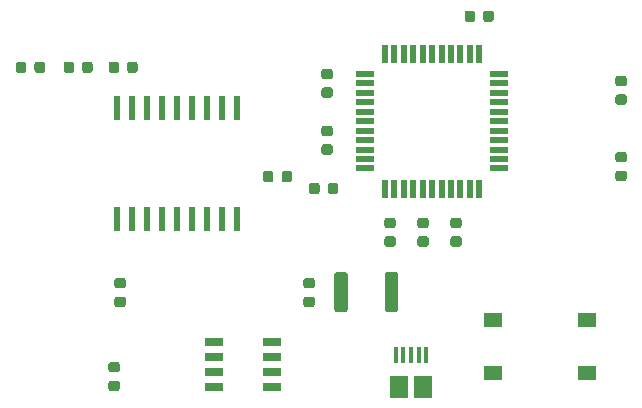
<source format=gbr>
G04 #@! TF.GenerationSoftware,KiCad,Pcbnew,(5.0.1)-4*
G04 #@! TF.CreationDate,2019-07-04T23:41:43-04:00*
G04 #@! TF.ProjectId,Receiver Board,526563656976657220426F6172642E6B,rev?*
G04 #@! TF.SameCoordinates,Original*
G04 #@! TF.FileFunction,Paste,Top*
G04 #@! TF.FilePolarity,Positive*
%FSLAX46Y46*%
G04 Gerber Fmt 4.6, Leading zero omitted, Abs format (unit mm)*
G04 Created by KiCad (PCBNEW (5.0.1)-4) date 7/4/2019 11:41:43 PM*
%MOMM*%
%LPD*%
G01*
G04 APERTURE LIST*
%ADD10C,0.100000*%
%ADD11C,1.125000*%
%ADD12R,1.500000X1.900000*%
%ADD13R,0.400000X1.350000*%
%ADD14R,1.550000X1.300000*%
%ADD15R,1.600000X0.700000*%
%ADD16R,0.600000X2.000000*%
%ADD17R,0.600000X1.500000*%
%ADD18R,1.500000X0.600000*%
%ADD19C,0.875000*%
G04 APERTURE END LIST*
D10*
G04 #@! TO.C,F1*
G36*
X160472505Y-63325204D02*
X160496773Y-63328804D01*
X160520572Y-63334765D01*
X160543671Y-63343030D01*
X160565850Y-63353520D01*
X160586893Y-63366132D01*
X160606599Y-63380747D01*
X160624777Y-63397223D01*
X160641253Y-63415401D01*
X160655868Y-63435107D01*
X160668480Y-63456150D01*
X160678970Y-63478329D01*
X160687235Y-63501428D01*
X160693196Y-63525227D01*
X160696796Y-63549495D01*
X160698000Y-63573999D01*
X160698000Y-66474001D01*
X160696796Y-66498505D01*
X160693196Y-66522773D01*
X160687235Y-66546572D01*
X160678970Y-66569671D01*
X160668480Y-66591850D01*
X160655868Y-66612893D01*
X160641253Y-66632599D01*
X160624777Y-66650777D01*
X160606599Y-66667253D01*
X160586893Y-66681868D01*
X160565850Y-66694480D01*
X160543671Y-66704970D01*
X160520572Y-66713235D01*
X160496773Y-66719196D01*
X160472505Y-66722796D01*
X160448001Y-66724000D01*
X159822999Y-66724000D01*
X159798495Y-66722796D01*
X159774227Y-66719196D01*
X159750428Y-66713235D01*
X159727329Y-66704970D01*
X159705150Y-66694480D01*
X159684107Y-66681868D01*
X159664401Y-66667253D01*
X159646223Y-66650777D01*
X159629747Y-66632599D01*
X159615132Y-66612893D01*
X159602520Y-66591850D01*
X159592030Y-66569671D01*
X159583765Y-66546572D01*
X159577804Y-66522773D01*
X159574204Y-66498505D01*
X159573000Y-66474001D01*
X159573000Y-63573999D01*
X159574204Y-63549495D01*
X159577804Y-63525227D01*
X159583765Y-63501428D01*
X159592030Y-63478329D01*
X159602520Y-63456150D01*
X159615132Y-63435107D01*
X159629747Y-63415401D01*
X159646223Y-63397223D01*
X159664401Y-63380747D01*
X159684107Y-63366132D01*
X159705150Y-63353520D01*
X159727329Y-63343030D01*
X159750428Y-63334765D01*
X159774227Y-63328804D01*
X159798495Y-63325204D01*
X159822999Y-63324000D01*
X160448001Y-63324000D01*
X160472505Y-63325204D01*
X160472505Y-63325204D01*
G37*
D11*
X160135500Y-65024000D03*
D10*
G36*
X156197505Y-63325204D02*
X156221773Y-63328804D01*
X156245572Y-63334765D01*
X156268671Y-63343030D01*
X156290850Y-63353520D01*
X156311893Y-63366132D01*
X156331599Y-63380747D01*
X156349777Y-63397223D01*
X156366253Y-63415401D01*
X156380868Y-63435107D01*
X156393480Y-63456150D01*
X156403970Y-63478329D01*
X156412235Y-63501428D01*
X156418196Y-63525227D01*
X156421796Y-63549495D01*
X156423000Y-63573999D01*
X156423000Y-66474001D01*
X156421796Y-66498505D01*
X156418196Y-66522773D01*
X156412235Y-66546572D01*
X156403970Y-66569671D01*
X156393480Y-66591850D01*
X156380868Y-66612893D01*
X156366253Y-66632599D01*
X156349777Y-66650777D01*
X156331599Y-66667253D01*
X156311893Y-66681868D01*
X156290850Y-66694480D01*
X156268671Y-66704970D01*
X156245572Y-66713235D01*
X156221773Y-66719196D01*
X156197505Y-66722796D01*
X156173001Y-66724000D01*
X155547999Y-66724000D01*
X155523495Y-66722796D01*
X155499227Y-66719196D01*
X155475428Y-66713235D01*
X155452329Y-66704970D01*
X155430150Y-66694480D01*
X155409107Y-66681868D01*
X155389401Y-66667253D01*
X155371223Y-66650777D01*
X155354747Y-66632599D01*
X155340132Y-66612893D01*
X155327520Y-66591850D01*
X155317030Y-66569671D01*
X155308765Y-66546572D01*
X155302804Y-66522773D01*
X155299204Y-66498505D01*
X155298000Y-66474001D01*
X155298000Y-63573999D01*
X155299204Y-63549495D01*
X155302804Y-63525227D01*
X155308765Y-63501428D01*
X155317030Y-63478329D01*
X155327520Y-63456150D01*
X155340132Y-63435107D01*
X155354747Y-63415401D01*
X155371223Y-63397223D01*
X155389401Y-63380747D01*
X155409107Y-63366132D01*
X155430150Y-63353520D01*
X155452329Y-63343030D01*
X155475428Y-63334765D01*
X155499227Y-63328804D01*
X155523495Y-63325204D01*
X155547999Y-63324000D01*
X156173001Y-63324000D01*
X156197505Y-63325204D01*
X156197505Y-63325204D01*
G37*
D11*
X155860500Y-65024000D03*
G04 #@! TD*
D12*
G04 #@! TO.C,J3*
X162798000Y-73056000D03*
D13*
X161148000Y-70356000D03*
X160498000Y-70356000D03*
X163098000Y-70356000D03*
X162448000Y-70356000D03*
X161798000Y-70356000D03*
D12*
X160798000Y-73056000D03*
G04 #@! TD*
D14*
G04 #@! TO.C,SW1*
X168740000Y-71846000D03*
X168740000Y-67346000D03*
X176700000Y-67346000D03*
X176700000Y-71846000D03*
G04 #@! TD*
D15*
G04 #@! TO.C,U1*
X150039000Y-70485000D03*
X150039000Y-71755000D03*
X150039000Y-69215000D03*
X150039000Y-73025000D03*
X145109000Y-69215000D03*
X145109000Y-70485000D03*
X145109000Y-71755000D03*
X145109000Y-73025000D03*
G04 #@! TD*
D16*
G04 #@! TO.C,U2*
X136906000Y-58802000D03*
X138176000Y-58802000D03*
X139446000Y-58802000D03*
X140716000Y-58802000D03*
X141986000Y-58802000D03*
X143256000Y-58802000D03*
X144526000Y-58802000D03*
X145796000Y-58802000D03*
X147066000Y-58802000D03*
X147066000Y-49402000D03*
X145796000Y-49402000D03*
X144526000Y-49402000D03*
X143256000Y-49402000D03*
X141986000Y-49402000D03*
X140716000Y-49402000D03*
X139446000Y-49402000D03*
X138176000Y-49402000D03*
X136906000Y-49402000D03*
G04 #@! TD*
D17*
G04 #@! TO.C,U3*
X163576000Y-56246000D03*
X162776000Y-56246000D03*
X161976000Y-56246000D03*
X161176000Y-56246000D03*
X160376000Y-56246000D03*
X159576000Y-56246000D03*
X164376000Y-56246000D03*
X165176000Y-56246000D03*
X165976000Y-56246000D03*
X166776000Y-56246000D03*
X167576000Y-56246000D03*
X163576000Y-44846000D03*
X162776000Y-44846000D03*
X161976000Y-44846000D03*
X161176000Y-44846000D03*
X160376000Y-44846000D03*
X159576000Y-44846000D03*
X164376000Y-44846000D03*
X165176000Y-44846000D03*
X165976000Y-44846000D03*
X166776000Y-44846000D03*
X167576000Y-44846000D03*
D18*
X169276000Y-50546000D03*
X169276000Y-49746000D03*
X169276000Y-48946000D03*
X169276000Y-48146000D03*
X169276000Y-47346000D03*
X169276000Y-46546000D03*
X169276000Y-51346000D03*
X169276000Y-52146000D03*
X169276000Y-52946000D03*
X169276000Y-53746000D03*
X169276000Y-54546000D03*
X157876000Y-46546000D03*
X157876000Y-47346000D03*
X157876000Y-48146000D03*
X157876000Y-48946000D03*
X157876000Y-49746000D03*
X157876000Y-50546000D03*
X157876000Y-51346000D03*
X157876000Y-52146000D03*
X157876000Y-52946000D03*
X157876000Y-53746000D03*
X157876000Y-54546000D03*
G04 #@! TD*
D10*
G04 #@! TO.C,C1*
G36*
X137437691Y-63825553D02*
X137458926Y-63828703D01*
X137479750Y-63833919D01*
X137499962Y-63841151D01*
X137519368Y-63850330D01*
X137537781Y-63861366D01*
X137555024Y-63874154D01*
X137570930Y-63888570D01*
X137585346Y-63904476D01*
X137598134Y-63921719D01*
X137609170Y-63940132D01*
X137618349Y-63959538D01*
X137625581Y-63979750D01*
X137630797Y-64000574D01*
X137633947Y-64021809D01*
X137635000Y-64043250D01*
X137635000Y-64480750D01*
X137633947Y-64502191D01*
X137630797Y-64523426D01*
X137625581Y-64544250D01*
X137618349Y-64564462D01*
X137609170Y-64583868D01*
X137598134Y-64602281D01*
X137585346Y-64619524D01*
X137570930Y-64635430D01*
X137555024Y-64649846D01*
X137537781Y-64662634D01*
X137519368Y-64673670D01*
X137499962Y-64682849D01*
X137479750Y-64690081D01*
X137458926Y-64695297D01*
X137437691Y-64698447D01*
X137416250Y-64699500D01*
X136903750Y-64699500D01*
X136882309Y-64698447D01*
X136861074Y-64695297D01*
X136840250Y-64690081D01*
X136820038Y-64682849D01*
X136800632Y-64673670D01*
X136782219Y-64662634D01*
X136764976Y-64649846D01*
X136749070Y-64635430D01*
X136734654Y-64619524D01*
X136721866Y-64602281D01*
X136710830Y-64583868D01*
X136701651Y-64564462D01*
X136694419Y-64544250D01*
X136689203Y-64523426D01*
X136686053Y-64502191D01*
X136685000Y-64480750D01*
X136685000Y-64043250D01*
X136686053Y-64021809D01*
X136689203Y-64000574D01*
X136694419Y-63979750D01*
X136701651Y-63959538D01*
X136710830Y-63940132D01*
X136721866Y-63921719D01*
X136734654Y-63904476D01*
X136749070Y-63888570D01*
X136764976Y-63874154D01*
X136782219Y-63861366D01*
X136800632Y-63850330D01*
X136820038Y-63841151D01*
X136840250Y-63833919D01*
X136861074Y-63828703D01*
X136882309Y-63825553D01*
X136903750Y-63824500D01*
X137416250Y-63824500D01*
X137437691Y-63825553D01*
X137437691Y-63825553D01*
G37*
D19*
X137160000Y-64262000D03*
D10*
G36*
X137437691Y-65400553D02*
X137458926Y-65403703D01*
X137479750Y-65408919D01*
X137499962Y-65416151D01*
X137519368Y-65425330D01*
X137537781Y-65436366D01*
X137555024Y-65449154D01*
X137570930Y-65463570D01*
X137585346Y-65479476D01*
X137598134Y-65496719D01*
X137609170Y-65515132D01*
X137618349Y-65534538D01*
X137625581Y-65554750D01*
X137630797Y-65575574D01*
X137633947Y-65596809D01*
X137635000Y-65618250D01*
X137635000Y-66055750D01*
X137633947Y-66077191D01*
X137630797Y-66098426D01*
X137625581Y-66119250D01*
X137618349Y-66139462D01*
X137609170Y-66158868D01*
X137598134Y-66177281D01*
X137585346Y-66194524D01*
X137570930Y-66210430D01*
X137555024Y-66224846D01*
X137537781Y-66237634D01*
X137519368Y-66248670D01*
X137499962Y-66257849D01*
X137479750Y-66265081D01*
X137458926Y-66270297D01*
X137437691Y-66273447D01*
X137416250Y-66274500D01*
X136903750Y-66274500D01*
X136882309Y-66273447D01*
X136861074Y-66270297D01*
X136840250Y-66265081D01*
X136820038Y-66257849D01*
X136800632Y-66248670D01*
X136782219Y-66237634D01*
X136764976Y-66224846D01*
X136749070Y-66210430D01*
X136734654Y-66194524D01*
X136721866Y-66177281D01*
X136710830Y-66158868D01*
X136701651Y-66139462D01*
X136694419Y-66119250D01*
X136689203Y-66098426D01*
X136686053Y-66077191D01*
X136685000Y-66055750D01*
X136685000Y-65618250D01*
X136686053Y-65596809D01*
X136689203Y-65575574D01*
X136694419Y-65554750D01*
X136701651Y-65534538D01*
X136710830Y-65515132D01*
X136721866Y-65496719D01*
X136734654Y-65479476D01*
X136749070Y-65463570D01*
X136764976Y-65449154D01*
X136782219Y-65436366D01*
X136800632Y-65425330D01*
X136820038Y-65416151D01*
X136840250Y-65408919D01*
X136861074Y-65403703D01*
X136882309Y-65400553D01*
X136903750Y-65399500D01*
X137416250Y-65399500D01*
X137437691Y-65400553D01*
X137437691Y-65400553D01*
G37*
D19*
X137160000Y-65837000D03*
G04 #@! TD*
D10*
G04 #@! TO.C,C2*
G36*
X153439691Y-65400553D02*
X153460926Y-65403703D01*
X153481750Y-65408919D01*
X153501962Y-65416151D01*
X153521368Y-65425330D01*
X153539781Y-65436366D01*
X153557024Y-65449154D01*
X153572930Y-65463570D01*
X153587346Y-65479476D01*
X153600134Y-65496719D01*
X153611170Y-65515132D01*
X153620349Y-65534538D01*
X153627581Y-65554750D01*
X153632797Y-65575574D01*
X153635947Y-65596809D01*
X153637000Y-65618250D01*
X153637000Y-66055750D01*
X153635947Y-66077191D01*
X153632797Y-66098426D01*
X153627581Y-66119250D01*
X153620349Y-66139462D01*
X153611170Y-66158868D01*
X153600134Y-66177281D01*
X153587346Y-66194524D01*
X153572930Y-66210430D01*
X153557024Y-66224846D01*
X153539781Y-66237634D01*
X153521368Y-66248670D01*
X153501962Y-66257849D01*
X153481750Y-66265081D01*
X153460926Y-66270297D01*
X153439691Y-66273447D01*
X153418250Y-66274500D01*
X152905750Y-66274500D01*
X152884309Y-66273447D01*
X152863074Y-66270297D01*
X152842250Y-66265081D01*
X152822038Y-66257849D01*
X152802632Y-66248670D01*
X152784219Y-66237634D01*
X152766976Y-66224846D01*
X152751070Y-66210430D01*
X152736654Y-66194524D01*
X152723866Y-66177281D01*
X152712830Y-66158868D01*
X152703651Y-66139462D01*
X152696419Y-66119250D01*
X152691203Y-66098426D01*
X152688053Y-66077191D01*
X152687000Y-66055750D01*
X152687000Y-65618250D01*
X152688053Y-65596809D01*
X152691203Y-65575574D01*
X152696419Y-65554750D01*
X152703651Y-65534538D01*
X152712830Y-65515132D01*
X152723866Y-65496719D01*
X152736654Y-65479476D01*
X152751070Y-65463570D01*
X152766976Y-65449154D01*
X152784219Y-65436366D01*
X152802632Y-65425330D01*
X152822038Y-65416151D01*
X152842250Y-65408919D01*
X152863074Y-65403703D01*
X152884309Y-65400553D01*
X152905750Y-65399500D01*
X153418250Y-65399500D01*
X153439691Y-65400553D01*
X153439691Y-65400553D01*
G37*
D19*
X153162000Y-65837000D03*
D10*
G36*
X153439691Y-63825553D02*
X153460926Y-63828703D01*
X153481750Y-63833919D01*
X153501962Y-63841151D01*
X153521368Y-63850330D01*
X153539781Y-63861366D01*
X153557024Y-63874154D01*
X153572930Y-63888570D01*
X153587346Y-63904476D01*
X153600134Y-63921719D01*
X153611170Y-63940132D01*
X153620349Y-63959538D01*
X153627581Y-63979750D01*
X153632797Y-64000574D01*
X153635947Y-64021809D01*
X153637000Y-64043250D01*
X153637000Y-64480750D01*
X153635947Y-64502191D01*
X153632797Y-64523426D01*
X153627581Y-64544250D01*
X153620349Y-64564462D01*
X153611170Y-64583868D01*
X153600134Y-64602281D01*
X153587346Y-64619524D01*
X153572930Y-64635430D01*
X153557024Y-64649846D01*
X153539781Y-64662634D01*
X153521368Y-64673670D01*
X153501962Y-64682849D01*
X153481750Y-64690081D01*
X153460926Y-64695297D01*
X153439691Y-64698447D01*
X153418250Y-64699500D01*
X152905750Y-64699500D01*
X152884309Y-64698447D01*
X152863074Y-64695297D01*
X152842250Y-64690081D01*
X152822038Y-64682849D01*
X152802632Y-64673670D01*
X152784219Y-64662634D01*
X152766976Y-64649846D01*
X152751070Y-64635430D01*
X152736654Y-64619524D01*
X152723866Y-64602281D01*
X152712830Y-64583868D01*
X152703651Y-64564462D01*
X152696419Y-64544250D01*
X152691203Y-64523426D01*
X152688053Y-64502191D01*
X152687000Y-64480750D01*
X152687000Y-64043250D01*
X152688053Y-64021809D01*
X152691203Y-64000574D01*
X152696419Y-63979750D01*
X152703651Y-63959538D01*
X152712830Y-63940132D01*
X152723866Y-63921719D01*
X152736654Y-63904476D01*
X152751070Y-63888570D01*
X152766976Y-63874154D01*
X152784219Y-63861366D01*
X152802632Y-63850330D01*
X152822038Y-63841151D01*
X152842250Y-63833919D01*
X152863074Y-63828703D01*
X152884309Y-63825553D01*
X152905750Y-63824500D01*
X153418250Y-63824500D01*
X153439691Y-63825553D01*
X153439691Y-63825553D01*
G37*
D19*
X153162000Y-64262000D03*
G04 #@! TD*
D10*
G04 #@! TO.C,C3*
G36*
X154963691Y-52509553D02*
X154984926Y-52512703D01*
X155005750Y-52517919D01*
X155025962Y-52525151D01*
X155045368Y-52534330D01*
X155063781Y-52545366D01*
X155081024Y-52558154D01*
X155096930Y-52572570D01*
X155111346Y-52588476D01*
X155124134Y-52605719D01*
X155135170Y-52624132D01*
X155144349Y-52643538D01*
X155151581Y-52663750D01*
X155156797Y-52684574D01*
X155159947Y-52705809D01*
X155161000Y-52727250D01*
X155161000Y-53164750D01*
X155159947Y-53186191D01*
X155156797Y-53207426D01*
X155151581Y-53228250D01*
X155144349Y-53248462D01*
X155135170Y-53267868D01*
X155124134Y-53286281D01*
X155111346Y-53303524D01*
X155096930Y-53319430D01*
X155081024Y-53333846D01*
X155063781Y-53346634D01*
X155045368Y-53357670D01*
X155025962Y-53366849D01*
X155005750Y-53374081D01*
X154984926Y-53379297D01*
X154963691Y-53382447D01*
X154942250Y-53383500D01*
X154429750Y-53383500D01*
X154408309Y-53382447D01*
X154387074Y-53379297D01*
X154366250Y-53374081D01*
X154346038Y-53366849D01*
X154326632Y-53357670D01*
X154308219Y-53346634D01*
X154290976Y-53333846D01*
X154275070Y-53319430D01*
X154260654Y-53303524D01*
X154247866Y-53286281D01*
X154236830Y-53267868D01*
X154227651Y-53248462D01*
X154220419Y-53228250D01*
X154215203Y-53207426D01*
X154212053Y-53186191D01*
X154211000Y-53164750D01*
X154211000Y-52727250D01*
X154212053Y-52705809D01*
X154215203Y-52684574D01*
X154220419Y-52663750D01*
X154227651Y-52643538D01*
X154236830Y-52624132D01*
X154247866Y-52605719D01*
X154260654Y-52588476D01*
X154275070Y-52572570D01*
X154290976Y-52558154D01*
X154308219Y-52545366D01*
X154326632Y-52534330D01*
X154346038Y-52525151D01*
X154366250Y-52517919D01*
X154387074Y-52512703D01*
X154408309Y-52509553D01*
X154429750Y-52508500D01*
X154942250Y-52508500D01*
X154963691Y-52509553D01*
X154963691Y-52509553D01*
G37*
D19*
X154686000Y-52946000D03*
D10*
G36*
X154963691Y-50934553D02*
X154984926Y-50937703D01*
X155005750Y-50942919D01*
X155025962Y-50950151D01*
X155045368Y-50959330D01*
X155063781Y-50970366D01*
X155081024Y-50983154D01*
X155096930Y-50997570D01*
X155111346Y-51013476D01*
X155124134Y-51030719D01*
X155135170Y-51049132D01*
X155144349Y-51068538D01*
X155151581Y-51088750D01*
X155156797Y-51109574D01*
X155159947Y-51130809D01*
X155161000Y-51152250D01*
X155161000Y-51589750D01*
X155159947Y-51611191D01*
X155156797Y-51632426D01*
X155151581Y-51653250D01*
X155144349Y-51673462D01*
X155135170Y-51692868D01*
X155124134Y-51711281D01*
X155111346Y-51728524D01*
X155096930Y-51744430D01*
X155081024Y-51758846D01*
X155063781Y-51771634D01*
X155045368Y-51782670D01*
X155025962Y-51791849D01*
X155005750Y-51799081D01*
X154984926Y-51804297D01*
X154963691Y-51807447D01*
X154942250Y-51808500D01*
X154429750Y-51808500D01*
X154408309Y-51807447D01*
X154387074Y-51804297D01*
X154366250Y-51799081D01*
X154346038Y-51791849D01*
X154326632Y-51782670D01*
X154308219Y-51771634D01*
X154290976Y-51758846D01*
X154275070Y-51744430D01*
X154260654Y-51728524D01*
X154247866Y-51711281D01*
X154236830Y-51692868D01*
X154227651Y-51673462D01*
X154220419Y-51653250D01*
X154215203Y-51632426D01*
X154212053Y-51611191D01*
X154211000Y-51589750D01*
X154211000Y-51152250D01*
X154212053Y-51130809D01*
X154215203Y-51109574D01*
X154220419Y-51088750D01*
X154227651Y-51068538D01*
X154236830Y-51049132D01*
X154247866Y-51030719D01*
X154260654Y-51013476D01*
X154275070Y-50997570D01*
X154290976Y-50983154D01*
X154308219Y-50970366D01*
X154326632Y-50959330D01*
X154346038Y-50950151D01*
X154366250Y-50942919D01*
X154387074Y-50937703D01*
X154408309Y-50934553D01*
X154429750Y-50933500D01*
X154942250Y-50933500D01*
X154963691Y-50934553D01*
X154963691Y-50934553D01*
G37*
D19*
X154686000Y-51371000D03*
G04 #@! TD*
D10*
G04 #@! TO.C,C4*
G36*
X168591191Y-41182053D02*
X168612426Y-41185203D01*
X168633250Y-41190419D01*
X168653462Y-41197651D01*
X168672868Y-41206830D01*
X168691281Y-41217866D01*
X168708524Y-41230654D01*
X168724430Y-41245070D01*
X168738846Y-41260976D01*
X168751634Y-41278219D01*
X168762670Y-41296632D01*
X168771849Y-41316038D01*
X168779081Y-41336250D01*
X168784297Y-41357074D01*
X168787447Y-41378309D01*
X168788500Y-41399750D01*
X168788500Y-41912250D01*
X168787447Y-41933691D01*
X168784297Y-41954926D01*
X168779081Y-41975750D01*
X168771849Y-41995962D01*
X168762670Y-42015368D01*
X168751634Y-42033781D01*
X168738846Y-42051024D01*
X168724430Y-42066930D01*
X168708524Y-42081346D01*
X168691281Y-42094134D01*
X168672868Y-42105170D01*
X168653462Y-42114349D01*
X168633250Y-42121581D01*
X168612426Y-42126797D01*
X168591191Y-42129947D01*
X168569750Y-42131000D01*
X168132250Y-42131000D01*
X168110809Y-42129947D01*
X168089574Y-42126797D01*
X168068750Y-42121581D01*
X168048538Y-42114349D01*
X168029132Y-42105170D01*
X168010719Y-42094134D01*
X167993476Y-42081346D01*
X167977570Y-42066930D01*
X167963154Y-42051024D01*
X167950366Y-42033781D01*
X167939330Y-42015368D01*
X167930151Y-41995962D01*
X167922919Y-41975750D01*
X167917703Y-41954926D01*
X167914553Y-41933691D01*
X167913500Y-41912250D01*
X167913500Y-41399750D01*
X167914553Y-41378309D01*
X167917703Y-41357074D01*
X167922919Y-41336250D01*
X167930151Y-41316038D01*
X167939330Y-41296632D01*
X167950366Y-41278219D01*
X167963154Y-41260976D01*
X167977570Y-41245070D01*
X167993476Y-41230654D01*
X168010719Y-41217866D01*
X168029132Y-41206830D01*
X168048538Y-41197651D01*
X168068750Y-41190419D01*
X168089574Y-41185203D01*
X168110809Y-41182053D01*
X168132250Y-41181000D01*
X168569750Y-41181000D01*
X168591191Y-41182053D01*
X168591191Y-41182053D01*
G37*
D19*
X168351000Y-41656000D03*
D10*
G36*
X167016191Y-41182053D02*
X167037426Y-41185203D01*
X167058250Y-41190419D01*
X167078462Y-41197651D01*
X167097868Y-41206830D01*
X167116281Y-41217866D01*
X167133524Y-41230654D01*
X167149430Y-41245070D01*
X167163846Y-41260976D01*
X167176634Y-41278219D01*
X167187670Y-41296632D01*
X167196849Y-41316038D01*
X167204081Y-41336250D01*
X167209297Y-41357074D01*
X167212447Y-41378309D01*
X167213500Y-41399750D01*
X167213500Y-41912250D01*
X167212447Y-41933691D01*
X167209297Y-41954926D01*
X167204081Y-41975750D01*
X167196849Y-41995962D01*
X167187670Y-42015368D01*
X167176634Y-42033781D01*
X167163846Y-42051024D01*
X167149430Y-42066930D01*
X167133524Y-42081346D01*
X167116281Y-42094134D01*
X167097868Y-42105170D01*
X167078462Y-42114349D01*
X167058250Y-42121581D01*
X167037426Y-42126797D01*
X167016191Y-42129947D01*
X166994750Y-42131000D01*
X166557250Y-42131000D01*
X166535809Y-42129947D01*
X166514574Y-42126797D01*
X166493750Y-42121581D01*
X166473538Y-42114349D01*
X166454132Y-42105170D01*
X166435719Y-42094134D01*
X166418476Y-42081346D01*
X166402570Y-42066930D01*
X166388154Y-42051024D01*
X166375366Y-42033781D01*
X166364330Y-42015368D01*
X166355151Y-41995962D01*
X166347919Y-41975750D01*
X166342703Y-41954926D01*
X166339553Y-41933691D01*
X166338500Y-41912250D01*
X166338500Y-41399750D01*
X166339553Y-41378309D01*
X166342703Y-41357074D01*
X166347919Y-41336250D01*
X166355151Y-41316038D01*
X166364330Y-41296632D01*
X166375366Y-41278219D01*
X166388154Y-41260976D01*
X166402570Y-41245070D01*
X166418476Y-41230654D01*
X166435719Y-41217866D01*
X166454132Y-41206830D01*
X166473538Y-41197651D01*
X166493750Y-41190419D01*
X166514574Y-41185203D01*
X166535809Y-41182053D01*
X166557250Y-41181000D01*
X166994750Y-41181000D01*
X167016191Y-41182053D01*
X167016191Y-41182053D01*
G37*
D19*
X166776000Y-41656000D03*
G04 #@! TD*
D10*
G04 #@! TO.C,C5*
G36*
X154963691Y-46109553D02*
X154984926Y-46112703D01*
X155005750Y-46117919D01*
X155025962Y-46125151D01*
X155045368Y-46134330D01*
X155063781Y-46145366D01*
X155081024Y-46158154D01*
X155096930Y-46172570D01*
X155111346Y-46188476D01*
X155124134Y-46205719D01*
X155135170Y-46224132D01*
X155144349Y-46243538D01*
X155151581Y-46263750D01*
X155156797Y-46284574D01*
X155159947Y-46305809D01*
X155161000Y-46327250D01*
X155161000Y-46764750D01*
X155159947Y-46786191D01*
X155156797Y-46807426D01*
X155151581Y-46828250D01*
X155144349Y-46848462D01*
X155135170Y-46867868D01*
X155124134Y-46886281D01*
X155111346Y-46903524D01*
X155096930Y-46919430D01*
X155081024Y-46933846D01*
X155063781Y-46946634D01*
X155045368Y-46957670D01*
X155025962Y-46966849D01*
X155005750Y-46974081D01*
X154984926Y-46979297D01*
X154963691Y-46982447D01*
X154942250Y-46983500D01*
X154429750Y-46983500D01*
X154408309Y-46982447D01*
X154387074Y-46979297D01*
X154366250Y-46974081D01*
X154346038Y-46966849D01*
X154326632Y-46957670D01*
X154308219Y-46946634D01*
X154290976Y-46933846D01*
X154275070Y-46919430D01*
X154260654Y-46903524D01*
X154247866Y-46886281D01*
X154236830Y-46867868D01*
X154227651Y-46848462D01*
X154220419Y-46828250D01*
X154215203Y-46807426D01*
X154212053Y-46786191D01*
X154211000Y-46764750D01*
X154211000Y-46327250D01*
X154212053Y-46305809D01*
X154215203Y-46284574D01*
X154220419Y-46263750D01*
X154227651Y-46243538D01*
X154236830Y-46224132D01*
X154247866Y-46205719D01*
X154260654Y-46188476D01*
X154275070Y-46172570D01*
X154290976Y-46158154D01*
X154308219Y-46145366D01*
X154326632Y-46134330D01*
X154346038Y-46125151D01*
X154366250Y-46117919D01*
X154387074Y-46112703D01*
X154408309Y-46109553D01*
X154429750Y-46108500D01*
X154942250Y-46108500D01*
X154963691Y-46109553D01*
X154963691Y-46109553D01*
G37*
D19*
X154686000Y-46546000D03*
D10*
G36*
X154963691Y-47684553D02*
X154984926Y-47687703D01*
X155005750Y-47692919D01*
X155025962Y-47700151D01*
X155045368Y-47709330D01*
X155063781Y-47720366D01*
X155081024Y-47733154D01*
X155096930Y-47747570D01*
X155111346Y-47763476D01*
X155124134Y-47780719D01*
X155135170Y-47799132D01*
X155144349Y-47818538D01*
X155151581Y-47838750D01*
X155156797Y-47859574D01*
X155159947Y-47880809D01*
X155161000Y-47902250D01*
X155161000Y-48339750D01*
X155159947Y-48361191D01*
X155156797Y-48382426D01*
X155151581Y-48403250D01*
X155144349Y-48423462D01*
X155135170Y-48442868D01*
X155124134Y-48461281D01*
X155111346Y-48478524D01*
X155096930Y-48494430D01*
X155081024Y-48508846D01*
X155063781Y-48521634D01*
X155045368Y-48532670D01*
X155025962Y-48541849D01*
X155005750Y-48549081D01*
X154984926Y-48554297D01*
X154963691Y-48557447D01*
X154942250Y-48558500D01*
X154429750Y-48558500D01*
X154408309Y-48557447D01*
X154387074Y-48554297D01*
X154366250Y-48549081D01*
X154346038Y-48541849D01*
X154326632Y-48532670D01*
X154308219Y-48521634D01*
X154290976Y-48508846D01*
X154275070Y-48494430D01*
X154260654Y-48478524D01*
X154247866Y-48461281D01*
X154236830Y-48442868D01*
X154227651Y-48423462D01*
X154220419Y-48403250D01*
X154215203Y-48382426D01*
X154212053Y-48361191D01*
X154211000Y-48339750D01*
X154211000Y-47902250D01*
X154212053Y-47880809D01*
X154215203Y-47859574D01*
X154220419Y-47838750D01*
X154227651Y-47818538D01*
X154236830Y-47799132D01*
X154247866Y-47780719D01*
X154260654Y-47763476D01*
X154275070Y-47747570D01*
X154290976Y-47733154D01*
X154308219Y-47720366D01*
X154326632Y-47709330D01*
X154346038Y-47700151D01*
X154366250Y-47692919D01*
X154387074Y-47687703D01*
X154408309Y-47684553D01*
X154429750Y-47683500D01*
X154942250Y-47683500D01*
X154963691Y-47684553D01*
X154963691Y-47684553D01*
G37*
D19*
X154686000Y-48121000D03*
G04 #@! TD*
D10*
G04 #@! TO.C,C6*
G36*
X165885691Y-60295053D02*
X165906926Y-60298203D01*
X165927750Y-60303419D01*
X165947962Y-60310651D01*
X165967368Y-60319830D01*
X165985781Y-60330866D01*
X166003024Y-60343654D01*
X166018930Y-60358070D01*
X166033346Y-60373976D01*
X166046134Y-60391219D01*
X166057170Y-60409632D01*
X166066349Y-60429038D01*
X166073581Y-60449250D01*
X166078797Y-60470074D01*
X166081947Y-60491309D01*
X166083000Y-60512750D01*
X166083000Y-60950250D01*
X166081947Y-60971691D01*
X166078797Y-60992926D01*
X166073581Y-61013750D01*
X166066349Y-61033962D01*
X166057170Y-61053368D01*
X166046134Y-61071781D01*
X166033346Y-61089024D01*
X166018930Y-61104930D01*
X166003024Y-61119346D01*
X165985781Y-61132134D01*
X165967368Y-61143170D01*
X165947962Y-61152349D01*
X165927750Y-61159581D01*
X165906926Y-61164797D01*
X165885691Y-61167947D01*
X165864250Y-61169000D01*
X165351750Y-61169000D01*
X165330309Y-61167947D01*
X165309074Y-61164797D01*
X165288250Y-61159581D01*
X165268038Y-61152349D01*
X165248632Y-61143170D01*
X165230219Y-61132134D01*
X165212976Y-61119346D01*
X165197070Y-61104930D01*
X165182654Y-61089024D01*
X165169866Y-61071781D01*
X165158830Y-61053368D01*
X165149651Y-61033962D01*
X165142419Y-61013750D01*
X165137203Y-60992926D01*
X165134053Y-60971691D01*
X165133000Y-60950250D01*
X165133000Y-60512750D01*
X165134053Y-60491309D01*
X165137203Y-60470074D01*
X165142419Y-60449250D01*
X165149651Y-60429038D01*
X165158830Y-60409632D01*
X165169866Y-60391219D01*
X165182654Y-60373976D01*
X165197070Y-60358070D01*
X165212976Y-60343654D01*
X165230219Y-60330866D01*
X165248632Y-60319830D01*
X165268038Y-60310651D01*
X165288250Y-60303419D01*
X165309074Y-60298203D01*
X165330309Y-60295053D01*
X165351750Y-60294000D01*
X165864250Y-60294000D01*
X165885691Y-60295053D01*
X165885691Y-60295053D01*
G37*
D19*
X165608000Y-60731500D03*
D10*
G36*
X165885691Y-58720053D02*
X165906926Y-58723203D01*
X165927750Y-58728419D01*
X165947962Y-58735651D01*
X165967368Y-58744830D01*
X165985781Y-58755866D01*
X166003024Y-58768654D01*
X166018930Y-58783070D01*
X166033346Y-58798976D01*
X166046134Y-58816219D01*
X166057170Y-58834632D01*
X166066349Y-58854038D01*
X166073581Y-58874250D01*
X166078797Y-58895074D01*
X166081947Y-58916309D01*
X166083000Y-58937750D01*
X166083000Y-59375250D01*
X166081947Y-59396691D01*
X166078797Y-59417926D01*
X166073581Y-59438750D01*
X166066349Y-59458962D01*
X166057170Y-59478368D01*
X166046134Y-59496781D01*
X166033346Y-59514024D01*
X166018930Y-59529930D01*
X166003024Y-59544346D01*
X165985781Y-59557134D01*
X165967368Y-59568170D01*
X165947962Y-59577349D01*
X165927750Y-59584581D01*
X165906926Y-59589797D01*
X165885691Y-59592947D01*
X165864250Y-59594000D01*
X165351750Y-59594000D01*
X165330309Y-59592947D01*
X165309074Y-59589797D01*
X165288250Y-59584581D01*
X165268038Y-59577349D01*
X165248632Y-59568170D01*
X165230219Y-59557134D01*
X165212976Y-59544346D01*
X165197070Y-59529930D01*
X165182654Y-59514024D01*
X165169866Y-59496781D01*
X165158830Y-59478368D01*
X165149651Y-59458962D01*
X165142419Y-59438750D01*
X165137203Y-59417926D01*
X165134053Y-59396691D01*
X165133000Y-59375250D01*
X165133000Y-58937750D01*
X165134053Y-58916309D01*
X165137203Y-58895074D01*
X165142419Y-58874250D01*
X165149651Y-58854038D01*
X165158830Y-58834632D01*
X165169866Y-58816219D01*
X165182654Y-58798976D01*
X165197070Y-58783070D01*
X165212976Y-58768654D01*
X165230219Y-58755866D01*
X165248632Y-58744830D01*
X165268038Y-58735651D01*
X165288250Y-58728419D01*
X165309074Y-58723203D01*
X165330309Y-58720053D01*
X165351750Y-58719000D01*
X165864250Y-58719000D01*
X165885691Y-58720053D01*
X165885691Y-58720053D01*
G37*
D19*
X165608000Y-59156500D03*
G04 #@! TD*
D10*
G04 #@! TO.C,C7*
G36*
X179855691Y-54732553D02*
X179876926Y-54735703D01*
X179897750Y-54740919D01*
X179917962Y-54748151D01*
X179937368Y-54757330D01*
X179955781Y-54768366D01*
X179973024Y-54781154D01*
X179988930Y-54795570D01*
X180003346Y-54811476D01*
X180016134Y-54828719D01*
X180027170Y-54847132D01*
X180036349Y-54866538D01*
X180043581Y-54886750D01*
X180048797Y-54907574D01*
X180051947Y-54928809D01*
X180053000Y-54950250D01*
X180053000Y-55387750D01*
X180051947Y-55409191D01*
X180048797Y-55430426D01*
X180043581Y-55451250D01*
X180036349Y-55471462D01*
X180027170Y-55490868D01*
X180016134Y-55509281D01*
X180003346Y-55526524D01*
X179988930Y-55542430D01*
X179973024Y-55556846D01*
X179955781Y-55569634D01*
X179937368Y-55580670D01*
X179917962Y-55589849D01*
X179897750Y-55597081D01*
X179876926Y-55602297D01*
X179855691Y-55605447D01*
X179834250Y-55606500D01*
X179321750Y-55606500D01*
X179300309Y-55605447D01*
X179279074Y-55602297D01*
X179258250Y-55597081D01*
X179238038Y-55589849D01*
X179218632Y-55580670D01*
X179200219Y-55569634D01*
X179182976Y-55556846D01*
X179167070Y-55542430D01*
X179152654Y-55526524D01*
X179139866Y-55509281D01*
X179128830Y-55490868D01*
X179119651Y-55471462D01*
X179112419Y-55451250D01*
X179107203Y-55430426D01*
X179104053Y-55409191D01*
X179103000Y-55387750D01*
X179103000Y-54950250D01*
X179104053Y-54928809D01*
X179107203Y-54907574D01*
X179112419Y-54886750D01*
X179119651Y-54866538D01*
X179128830Y-54847132D01*
X179139866Y-54828719D01*
X179152654Y-54811476D01*
X179167070Y-54795570D01*
X179182976Y-54781154D01*
X179200219Y-54768366D01*
X179218632Y-54757330D01*
X179238038Y-54748151D01*
X179258250Y-54740919D01*
X179279074Y-54735703D01*
X179300309Y-54732553D01*
X179321750Y-54731500D01*
X179834250Y-54731500D01*
X179855691Y-54732553D01*
X179855691Y-54732553D01*
G37*
D19*
X179578000Y-55169000D03*
D10*
G36*
X179855691Y-53157553D02*
X179876926Y-53160703D01*
X179897750Y-53165919D01*
X179917962Y-53173151D01*
X179937368Y-53182330D01*
X179955781Y-53193366D01*
X179973024Y-53206154D01*
X179988930Y-53220570D01*
X180003346Y-53236476D01*
X180016134Y-53253719D01*
X180027170Y-53272132D01*
X180036349Y-53291538D01*
X180043581Y-53311750D01*
X180048797Y-53332574D01*
X180051947Y-53353809D01*
X180053000Y-53375250D01*
X180053000Y-53812750D01*
X180051947Y-53834191D01*
X180048797Y-53855426D01*
X180043581Y-53876250D01*
X180036349Y-53896462D01*
X180027170Y-53915868D01*
X180016134Y-53934281D01*
X180003346Y-53951524D01*
X179988930Y-53967430D01*
X179973024Y-53981846D01*
X179955781Y-53994634D01*
X179937368Y-54005670D01*
X179917962Y-54014849D01*
X179897750Y-54022081D01*
X179876926Y-54027297D01*
X179855691Y-54030447D01*
X179834250Y-54031500D01*
X179321750Y-54031500D01*
X179300309Y-54030447D01*
X179279074Y-54027297D01*
X179258250Y-54022081D01*
X179238038Y-54014849D01*
X179218632Y-54005670D01*
X179200219Y-53994634D01*
X179182976Y-53981846D01*
X179167070Y-53967430D01*
X179152654Y-53951524D01*
X179139866Y-53934281D01*
X179128830Y-53915868D01*
X179119651Y-53896462D01*
X179112419Y-53876250D01*
X179107203Y-53855426D01*
X179104053Y-53834191D01*
X179103000Y-53812750D01*
X179103000Y-53375250D01*
X179104053Y-53353809D01*
X179107203Y-53332574D01*
X179112419Y-53311750D01*
X179119651Y-53291538D01*
X179128830Y-53272132D01*
X179139866Y-53253719D01*
X179152654Y-53236476D01*
X179167070Y-53220570D01*
X179182976Y-53206154D01*
X179200219Y-53193366D01*
X179218632Y-53182330D01*
X179238038Y-53173151D01*
X179258250Y-53165919D01*
X179279074Y-53160703D01*
X179300309Y-53157553D01*
X179321750Y-53156500D01*
X179834250Y-53156500D01*
X179855691Y-53157553D01*
X179855691Y-53157553D01*
G37*
D19*
X179578000Y-53594000D03*
G04 #@! TD*
D10*
G04 #@! TO.C,C8*
G36*
X179855691Y-48277553D02*
X179876926Y-48280703D01*
X179897750Y-48285919D01*
X179917962Y-48293151D01*
X179937368Y-48302330D01*
X179955781Y-48313366D01*
X179973024Y-48326154D01*
X179988930Y-48340570D01*
X180003346Y-48356476D01*
X180016134Y-48373719D01*
X180027170Y-48392132D01*
X180036349Y-48411538D01*
X180043581Y-48431750D01*
X180048797Y-48452574D01*
X180051947Y-48473809D01*
X180053000Y-48495250D01*
X180053000Y-48932750D01*
X180051947Y-48954191D01*
X180048797Y-48975426D01*
X180043581Y-48996250D01*
X180036349Y-49016462D01*
X180027170Y-49035868D01*
X180016134Y-49054281D01*
X180003346Y-49071524D01*
X179988930Y-49087430D01*
X179973024Y-49101846D01*
X179955781Y-49114634D01*
X179937368Y-49125670D01*
X179917962Y-49134849D01*
X179897750Y-49142081D01*
X179876926Y-49147297D01*
X179855691Y-49150447D01*
X179834250Y-49151500D01*
X179321750Y-49151500D01*
X179300309Y-49150447D01*
X179279074Y-49147297D01*
X179258250Y-49142081D01*
X179238038Y-49134849D01*
X179218632Y-49125670D01*
X179200219Y-49114634D01*
X179182976Y-49101846D01*
X179167070Y-49087430D01*
X179152654Y-49071524D01*
X179139866Y-49054281D01*
X179128830Y-49035868D01*
X179119651Y-49016462D01*
X179112419Y-48996250D01*
X179107203Y-48975426D01*
X179104053Y-48954191D01*
X179103000Y-48932750D01*
X179103000Y-48495250D01*
X179104053Y-48473809D01*
X179107203Y-48452574D01*
X179112419Y-48431750D01*
X179119651Y-48411538D01*
X179128830Y-48392132D01*
X179139866Y-48373719D01*
X179152654Y-48356476D01*
X179167070Y-48340570D01*
X179182976Y-48326154D01*
X179200219Y-48313366D01*
X179218632Y-48302330D01*
X179238038Y-48293151D01*
X179258250Y-48285919D01*
X179279074Y-48280703D01*
X179300309Y-48277553D01*
X179321750Y-48276500D01*
X179834250Y-48276500D01*
X179855691Y-48277553D01*
X179855691Y-48277553D01*
G37*
D19*
X179578000Y-48714000D03*
D10*
G36*
X179855691Y-46702553D02*
X179876926Y-46705703D01*
X179897750Y-46710919D01*
X179917962Y-46718151D01*
X179937368Y-46727330D01*
X179955781Y-46738366D01*
X179973024Y-46751154D01*
X179988930Y-46765570D01*
X180003346Y-46781476D01*
X180016134Y-46798719D01*
X180027170Y-46817132D01*
X180036349Y-46836538D01*
X180043581Y-46856750D01*
X180048797Y-46877574D01*
X180051947Y-46898809D01*
X180053000Y-46920250D01*
X180053000Y-47357750D01*
X180051947Y-47379191D01*
X180048797Y-47400426D01*
X180043581Y-47421250D01*
X180036349Y-47441462D01*
X180027170Y-47460868D01*
X180016134Y-47479281D01*
X180003346Y-47496524D01*
X179988930Y-47512430D01*
X179973024Y-47526846D01*
X179955781Y-47539634D01*
X179937368Y-47550670D01*
X179917962Y-47559849D01*
X179897750Y-47567081D01*
X179876926Y-47572297D01*
X179855691Y-47575447D01*
X179834250Y-47576500D01*
X179321750Y-47576500D01*
X179300309Y-47575447D01*
X179279074Y-47572297D01*
X179258250Y-47567081D01*
X179238038Y-47559849D01*
X179218632Y-47550670D01*
X179200219Y-47539634D01*
X179182976Y-47526846D01*
X179167070Y-47512430D01*
X179152654Y-47496524D01*
X179139866Y-47479281D01*
X179128830Y-47460868D01*
X179119651Y-47441462D01*
X179112419Y-47421250D01*
X179107203Y-47400426D01*
X179104053Y-47379191D01*
X179103000Y-47357750D01*
X179103000Y-46920250D01*
X179104053Y-46898809D01*
X179107203Y-46877574D01*
X179112419Y-46856750D01*
X179119651Y-46836538D01*
X179128830Y-46817132D01*
X179139866Y-46798719D01*
X179152654Y-46781476D01*
X179167070Y-46765570D01*
X179182976Y-46751154D01*
X179200219Y-46738366D01*
X179218632Y-46727330D01*
X179238038Y-46718151D01*
X179258250Y-46710919D01*
X179279074Y-46705703D01*
X179300309Y-46702553D01*
X179321750Y-46701500D01*
X179834250Y-46701500D01*
X179855691Y-46702553D01*
X179855691Y-46702553D01*
G37*
D19*
X179578000Y-47139000D03*
G04 #@! TD*
D10*
G04 #@! TO.C,D1*
G36*
X151522691Y-54771053D02*
X151543926Y-54774203D01*
X151564750Y-54779419D01*
X151584962Y-54786651D01*
X151604368Y-54795830D01*
X151622781Y-54806866D01*
X151640024Y-54819654D01*
X151655930Y-54834070D01*
X151670346Y-54849976D01*
X151683134Y-54867219D01*
X151694170Y-54885632D01*
X151703349Y-54905038D01*
X151710581Y-54925250D01*
X151715797Y-54946074D01*
X151718947Y-54967309D01*
X151720000Y-54988750D01*
X151720000Y-55501250D01*
X151718947Y-55522691D01*
X151715797Y-55543926D01*
X151710581Y-55564750D01*
X151703349Y-55584962D01*
X151694170Y-55604368D01*
X151683134Y-55622781D01*
X151670346Y-55640024D01*
X151655930Y-55655930D01*
X151640024Y-55670346D01*
X151622781Y-55683134D01*
X151604368Y-55694170D01*
X151584962Y-55703349D01*
X151564750Y-55710581D01*
X151543926Y-55715797D01*
X151522691Y-55718947D01*
X151501250Y-55720000D01*
X151063750Y-55720000D01*
X151042309Y-55718947D01*
X151021074Y-55715797D01*
X151000250Y-55710581D01*
X150980038Y-55703349D01*
X150960632Y-55694170D01*
X150942219Y-55683134D01*
X150924976Y-55670346D01*
X150909070Y-55655930D01*
X150894654Y-55640024D01*
X150881866Y-55622781D01*
X150870830Y-55604368D01*
X150861651Y-55584962D01*
X150854419Y-55564750D01*
X150849203Y-55543926D01*
X150846053Y-55522691D01*
X150845000Y-55501250D01*
X150845000Y-54988750D01*
X150846053Y-54967309D01*
X150849203Y-54946074D01*
X150854419Y-54925250D01*
X150861651Y-54905038D01*
X150870830Y-54885632D01*
X150881866Y-54867219D01*
X150894654Y-54849976D01*
X150909070Y-54834070D01*
X150924976Y-54819654D01*
X150942219Y-54806866D01*
X150960632Y-54795830D01*
X150980038Y-54786651D01*
X151000250Y-54779419D01*
X151021074Y-54774203D01*
X151042309Y-54771053D01*
X151063750Y-54770000D01*
X151501250Y-54770000D01*
X151522691Y-54771053D01*
X151522691Y-54771053D01*
G37*
D19*
X151282500Y-55245000D03*
D10*
G36*
X149947691Y-54771053D02*
X149968926Y-54774203D01*
X149989750Y-54779419D01*
X150009962Y-54786651D01*
X150029368Y-54795830D01*
X150047781Y-54806866D01*
X150065024Y-54819654D01*
X150080930Y-54834070D01*
X150095346Y-54849976D01*
X150108134Y-54867219D01*
X150119170Y-54885632D01*
X150128349Y-54905038D01*
X150135581Y-54925250D01*
X150140797Y-54946074D01*
X150143947Y-54967309D01*
X150145000Y-54988750D01*
X150145000Y-55501250D01*
X150143947Y-55522691D01*
X150140797Y-55543926D01*
X150135581Y-55564750D01*
X150128349Y-55584962D01*
X150119170Y-55604368D01*
X150108134Y-55622781D01*
X150095346Y-55640024D01*
X150080930Y-55655930D01*
X150065024Y-55670346D01*
X150047781Y-55683134D01*
X150029368Y-55694170D01*
X150009962Y-55703349D01*
X149989750Y-55710581D01*
X149968926Y-55715797D01*
X149947691Y-55718947D01*
X149926250Y-55720000D01*
X149488750Y-55720000D01*
X149467309Y-55718947D01*
X149446074Y-55715797D01*
X149425250Y-55710581D01*
X149405038Y-55703349D01*
X149385632Y-55694170D01*
X149367219Y-55683134D01*
X149349976Y-55670346D01*
X149334070Y-55655930D01*
X149319654Y-55640024D01*
X149306866Y-55622781D01*
X149295830Y-55604368D01*
X149286651Y-55584962D01*
X149279419Y-55564750D01*
X149274203Y-55543926D01*
X149271053Y-55522691D01*
X149270000Y-55501250D01*
X149270000Y-54988750D01*
X149271053Y-54967309D01*
X149274203Y-54946074D01*
X149279419Y-54925250D01*
X149286651Y-54905038D01*
X149295830Y-54885632D01*
X149306866Y-54867219D01*
X149319654Y-54849976D01*
X149334070Y-54834070D01*
X149349976Y-54819654D01*
X149367219Y-54806866D01*
X149385632Y-54795830D01*
X149405038Y-54786651D01*
X149425250Y-54779419D01*
X149446074Y-54774203D01*
X149467309Y-54771053D01*
X149488750Y-54770000D01*
X149926250Y-54770000D01*
X149947691Y-54771053D01*
X149947691Y-54771053D01*
G37*
D19*
X149707500Y-55245000D03*
G04 #@! TD*
D10*
G04 #@! TO.C,D2*
G36*
X134631691Y-45500053D02*
X134652926Y-45503203D01*
X134673750Y-45508419D01*
X134693962Y-45515651D01*
X134713368Y-45524830D01*
X134731781Y-45535866D01*
X134749024Y-45548654D01*
X134764930Y-45563070D01*
X134779346Y-45578976D01*
X134792134Y-45596219D01*
X134803170Y-45614632D01*
X134812349Y-45634038D01*
X134819581Y-45654250D01*
X134824797Y-45675074D01*
X134827947Y-45696309D01*
X134829000Y-45717750D01*
X134829000Y-46230250D01*
X134827947Y-46251691D01*
X134824797Y-46272926D01*
X134819581Y-46293750D01*
X134812349Y-46313962D01*
X134803170Y-46333368D01*
X134792134Y-46351781D01*
X134779346Y-46369024D01*
X134764930Y-46384930D01*
X134749024Y-46399346D01*
X134731781Y-46412134D01*
X134713368Y-46423170D01*
X134693962Y-46432349D01*
X134673750Y-46439581D01*
X134652926Y-46444797D01*
X134631691Y-46447947D01*
X134610250Y-46449000D01*
X134172750Y-46449000D01*
X134151309Y-46447947D01*
X134130074Y-46444797D01*
X134109250Y-46439581D01*
X134089038Y-46432349D01*
X134069632Y-46423170D01*
X134051219Y-46412134D01*
X134033976Y-46399346D01*
X134018070Y-46384930D01*
X134003654Y-46369024D01*
X133990866Y-46351781D01*
X133979830Y-46333368D01*
X133970651Y-46313962D01*
X133963419Y-46293750D01*
X133958203Y-46272926D01*
X133955053Y-46251691D01*
X133954000Y-46230250D01*
X133954000Y-45717750D01*
X133955053Y-45696309D01*
X133958203Y-45675074D01*
X133963419Y-45654250D01*
X133970651Y-45634038D01*
X133979830Y-45614632D01*
X133990866Y-45596219D01*
X134003654Y-45578976D01*
X134018070Y-45563070D01*
X134033976Y-45548654D01*
X134051219Y-45535866D01*
X134069632Y-45524830D01*
X134089038Y-45515651D01*
X134109250Y-45508419D01*
X134130074Y-45503203D01*
X134151309Y-45500053D01*
X134172750Y-45499000D01*
X134610250Y-45499000D01*
X134631691Y-45500053D01*
X134631691Y-45500053D01*
G37*
D19*
X134391500Y-45974000D03*
D10*
G36*
X133056691Y-45500053D02*
X133077926Y-45503203D01*
X133098750Y-45508419D01*
X133118962Y-45515651D01*
X133138368Y-45524830D01*
X133156781Y-45535866D01*
X133174024Y-45548654D01*
X133189930Y-45563070D01*
X133204346Y-45578976D01*
X133217134Y-45596219D01*
X133228170Y-45614632D01*
X133237349Y-45634038D01*
X133244581Y-45654250D01*
X133249797Y-45675074D01*
X133252947Y-45696309D01*
X133254000Y-45717750D01*
X133254000Y-46230250D01*
X133252947Y-46251691D01*
X133249797Y-46272926D01*
X133244581Y-46293750D01*
X133237349Y-46313962D01*
X133228170Y-46333368D01*
X133217134Y-46351781D01*
X133204346Y-46369024D01*
X133189930Y-46384930D01*
X133174024Y-46399346D01*
X133156781Y-46412134D01*
X133138368Y-46423170D01*
X133118962Y-46432349D01*
X133098750Y-46439581D01*
X133077926Y-46444797D01*
X133056691Y-46447947D01*
X133035250Y-46449000D01*
X132597750Y-46449000D01*
X132576309Y-46447947D01*
X132555074Y-46444797D01*
X132534250Y-46439581D01*
X132514038Y-46432349D01*
X132494632Y-46423170D01*
X132476219Y-46412134D01*
X132458976Y-46399346D01*
X132443070Y-46384930D01*
X132428654Y-46369024D01*
X132415866Y-46351781D01*
X132404830Y-46333368D01*
X132395651Y-46313962D01*
X132388419Y-46293750D01*
X132383203Y-46272926D01*
X132380053Y-46251691D01*
X132379000Y-46230250D01*
X132379000Y-45717750D01*
X132380053Y-45696309D01*
X132383203Y-45675074D01*
X132388419Y-45654250D01*
X132395651Y-45634038D01*
X132404830Y-45614632D01*
X132415866Y-45596219D01*
X132428654Y-45578976D01*
X132443070Y-45563070D01*
X132458976Y-45548654D01*
X132476219Y-45535866D01*
X132494632Y-45524830D01*
X132514038Y-45515651D01*
X132534250Y-45508419D01*
X132555074Y-45503203D01*
X132576309Y-45500053D01*
X132597750Y-45499000D01*
X133035250Y-45499000D01*
X133056691Y-45500053D01*
X133056691Y-45500053D01*
G37*
D19*
X132816500Y-45974000D03*
G04 #@! TD*
D10*
G04 #@! TO.C,R1*
G36*
X136929691Y-72512553D02*
X136950926Y-72515703D01*
X136971750Y-72520919D01*
X136991962Y-72528151D01*
X137011368Y-72537330D01*
X137029781Y-72548366D01*
X137047024Y-72561154D01*
X137062930Y-72575570D01*
X137077346Y-72591476D01*
X137090134Y-72608719D01*
X137101170Y-72627132D01*
X137110349Y-72646538D01*
X137117581Y-72666750D01*
X137122797Y-72687574D01*
X137125947Y-72708809D01*
X137127000Y-72730250D01*
X137127000Y-73167750D01*
X137125947Y-73189191D01*
X137122797Y-73210426D01*
X137117581Y-73231250D01*
X137110349Y-73251462D01*
X137101170Y-73270868D01*
X137090134Y-73289281D01*
X137077346Y-73306524D01*
X137062930Y-73322430D01*
X137047024Y-73336846D01*
X137029781Y-73349634D01*
X137011368Y-73360670D01*
X136991962Y-73369849D01*
X136971750Y-73377081D01*
X136950926Y-73382297D01*
X136929691Y-73385447D01*
X136908250Y-73386500D01*
X136395750Y-73386500D01*
X136374309Y-73385447D01*
X136353074Y-73382297D01*
X136332250Y-73377081D01*
X136312038Y-73369849D01*
X136292632Y-73360670D01*
X136274219Y-73349634D01*
X136256976Y-73336846D01*
X136241070Y-73322430D01*
X136226654Y-73306524D01*
X136213866Y-73289281D01*
X136202830Y-73270868D01*
X136193651Y-73251462D01*
X136186419Y-73231250D01*
X136181203Y-73210426D01*
X136178053Y-73189191D01*
X136177000Y-73167750D01*
X136177000Y-72730250D01*
X136178053Y-72708809D01*
X136181203Y-72687574D01*
X136186419Y-72666750D01*
X136193651Y-72646538D01*
X136202830Y-72627132D01*
X136213866Y-72608719D01*
X136226654Y-72591476D01*
X136241070Y-72575570D01*
X136256976Y-72561154D01*
X136274219Y-72548366D01*
X136292632Y-72537330D01*
X136312038Y-72528151D01*
X136332250Y-72520919D01*
X136353074Y-72515703D01*
X136374309Y-72512553D01*
X136395750Y-72511500D01*
X136908250Y-72511500D01*
X136929691Y-72512553D01*
X136929691Y-72512553D01*
G37*
D19*
X136652000Y-72949000D03*
D10*
G36*
X136929691Y-70937553D02*
X136950926Y-70940703D01*
X136971750Y-70945919D01*
X136991962Y-70953151D01*
X137011368Y-70962330D01*
X137029781Y-70973366D01*
X137047024Y-70986154D01*
X137062930Y-71000570D01*
X137077346Y-71016476D01*
X137090134Y-71033719D01*
X137101170Y-71052132D01*
X137110349Y-71071538D01*
X137117581Y-71091750D01*
X137122797Y-71112574D01*
X137125947Y-71133809D01*
X137127000Y-71155250D01*
X137127000Y-71592750D01*
X137125947Y-71614191D01*
X137122797Y-71635426D01*
X137117581Y-71656250D01*
X137110349Y-71676462D01*
X137101170Y-71695868D01*
X137090134Y-71714281D01*
X137077346Y-71731524D01*
X137062930Y-71747430D01*
X137047024Y-71761846D01*
X137029781Y-71774634D01*
X137011368Y-71785670D01*
X136991962Y-71794849D01*
X136971750Y-71802081D01*
X136950926Y-71807297D01*
X136929691Y-71810447D01*
X136908250Y-71811500D01*
X136395750Y-71811500D01*
X136374309Y-71810447D01*
X136353074Y-71807297D01*
X136332250Y-71802081D01*
X136312038Y-71794849D01*
X136292632Y-71785670D01*
X136274219Y-71774634D01*
X136256976Y-71761846D01*
X136241070Y-71747430D01*
X136226654Y-71731524D01*
X136213866Y-71714281D01*
X136202830Y-71695868D01*
X136193651Y-71676462D01*
X136186419Y-71656250D01*
X136181203Y-71635426D01*
X136178053Y-71614191D01*
X136177000Y-71592750D01*
X136177000Y-71155250D01*
X136178053Y-71133809D01*
X136181203Y-71112574D01*
X136186419Y-71091750D01*
X136193651Y-71071538D01*
X136202830Y-71052132D01*
X136213866Y-71033719D01*
X136226654Y-71016476D01*
X136241070Y-71000570D01*
X136256976Y-70986154D01*
X136274219Y-70973366D01*
X136292632Y-70962330D01*
X136312038Y-70953151D01*
X136332250Y-70945919D01*
X136353074Y-70940703D01*
X136374309Y-70937553D01*
X136395750Y-70936500D01*
X136908250Y-70936500D01*
X136929691Y-70937553D01*
X136929691Y-70937553D01*
G37*
D19*
X136652000Y-71374000D03*
G04 #@! TD*
D10*
G04 #@! TO.C,R2*
G36*
X163091691Y-58720053D02*
X163112926Y-58723203D01*
X163133750Y-58728419D01*
X163153962Y-58735651D01*
X163173368Y-58744830D01*
X163191781Y-58755866D01*
X163209024Y-58768654D01*
X163224930Y-58783070D01*
X163239346Y-58798976D01*
X163252134Y-58816219D01*
X163263170Y-58834632D01*
X163272349Y-58854038D01*
X163279581Y-58874250D01*
X163284797Y-58895074D01*
X163287947Y-58916309D01*
X163289000Y-58937750D01*
X163289000Y-59375250D01*
X163287947Y-59396691D01*
X163284797Y-59417926D01*
X163279581Y-59438750D01*
X163272349Y-59458962D01*
X163263170Y-59478368D01*
X163252134Y-59496781D01*
X163239346Y-59514024D01*
X163224930Y-59529930D01*
X163209024Y-59544346D01*
X163191781Y-59557134D01*
X163173368Y-59568170D01*
X163153962Y-59577349D01*
X163133750Y-59584581D01*
X163112926Y-59589797D01*
X163091691Y-59592947D01*
X163070250Y-59594000D01*
X162557750Y-59594000D01*
X162536309Y-59592947D01*
X162515074Y-59589797D01*
X162494250Y-59584581D01*
X162474038Y-59577349D01*
X162454632Y-59568170D01*
X162436219Y-59557134D01*
X162418976Y-59544346D01*
X162403070Y-59529930D01*
X162388654Y-59514024D01*
X162375866Y-59496781D01*
X162364830Y-59478368D01*
X162355651Y-59458962D01*
X162348419Y-59438750D01*
X162343203Y-59417926D01*
X162340053Y-59396691D01*
X162339000Y-59375250D01*
X162339000Y-58937750D01*
X162340053Y-58916309D01*
X162343203Y-58895074D01*
X162348419Y-58874250D01*
X162355651Y-58854038D01*
X162364830Y-58834632D01*
X162375866Y-58816219D01*
X162388654Y-58798976D01*
X162403070Y-58783070D01*
X162418976Y-58768654D01*
X162436219Y-58755866D01*
X162454632Y-58744830D01*
X162474038Y-58735651D01*
X162494250Y-58728419D01*
X162515074Y-58723203D01*
X162536309Y-58720053D01*
X162557750Y-58719000D01*
X163070250Y-58719000D01*
X163091691Y-58720053D01*
X163091691Y-58720053D01*
G37*
D19*
X162814000Y-59156500D03*
D10*
G36*
X163091691Y-60295053D02*
X163112926Y-60298203D01*
X163133750Y-60303419D01*
X163153962Y-60310651D01*
X163173368Y-60319830D01*
X163191781Y-60330866D01*
X163209024Y-60343654D01*
X163224930Y-60358070D01*
X163239346Y-60373976D01*
X163252134Y-60391219D01*
X163263170Y-60409632D01*
X163272349Y-60429038D01*
X163279581Y-60449250D01*
X163284797Y-60470074D01*
X163287947Y-60491309D01*
X163289000Y-60512750D01*
X163289000Y-60950250D01*
X163287947Y-60971691D01*
X163284797Y-60992926D01*
X163279581Y-61013750D01*
X163272349Y-61033962D01*
X163263170Y-61053368D01*
X163252134Y-61071781D01*
X163239346Y-61089024D01*
X163224930Y-61104930D01*
X163209024Y-61119346D01*
X163191781Y-61132134D01*
X163173368Y-61143170D01*
X163153962Y-61152349D01*
X163133750Y-61159581D01*
X163112926Y-61164797D01*
X163091691Y-61167947D01*
X163070250Y-61169000D01*
X162557750Y-61169000D01*
X162536309Y-61167947D01*
X162515074Y-61164797D01*
X162494250Y-61159581D01*
X162474038Y-61152349D01*
X162454632Y-61143170D01*
X162436219Y-61132134D01*
X162418976Y-61119346D01*
X162403070Y-61104930D01*
X162388654Y-61089024D01*
X162375866Y-61071781D01*
X162364830Y-61053368D01*
X162355651Y-61033962D01*
X162348419Y-61013750D01*
X162343203Y-60992926D01*
X162340053Y-60971691D01*
X162339000Y-60950250D01*
X162339000Y-60512750D01*
X162340053Y-60491309D01*
X162343203Y-60470074D01*
X162348419Y-60449250D01*
X162355651Y-60429038D01*
X162364830Y-60409632D01*
X162375866Y-60391219D01*
X162388654Y-60373976D01*
X162403070Y-60358070D01*
X162418976Y-60343654D01*
X162436219Y-60330866D01*
X162454632Y-60319830D01*
X162474038Y-60310651D01*
X162494250Y-60303419D01*
X162515074Y-60298203D01*
X162536309Y-60295053D01*
X162557750Y-60294000D01*
X163070250Y-60294000D01*
X163091691Y-60295053D01*
X163091691Y-60295053D01*
G37*
D19*
X162814000Y-60731500D03*
G04 #@! TD*
D10*
G04 #@! TO.C,R3*
G36*
X160297691Y-60295053D02*
X160318926Y-60298203D01*
X160339750Y-60303419D01*
X160359962Y-60310651D01*
X160379368Y-60319830D01*
X160397781Y-60330866D01*
X160415024Y-60343654D01*
X160430930Y-60358070D01*
X160445346Y-60373976D01*
X160458134Y-60391219D01*
X160469170Y-60409632D01*
X160478349Y-60429038D01*
X160485581Y-60449250D01*
X160490797Y-60470074D01*
X160493947Y-60491309D01*
X160495000Y-60512750D01*
X160495000Y-60950250D01*
X160493947Y-60971691D01*
X160490797Y-60992926D01*
X160485581Y-61013750D01*
X160478349Y-61033962D01*
X160469170Y-61053368D01*
X160458134Y-61071781D01*
X160445346Y-61089024D01*
X160430930Y-61104930D01*
X160415024Y-61119346D01*
X160397781Y-61132134D01*
X160379368Y-61143170D01*
X160359962Y-61152349D01*
X160339750Y-61159581D01*
X160318926Y-61164797D01*
X160297691Y-61167947D01*
X160276250Y-61169000D01*
X159763750Y-61169000D01*
X159742309Y-61167947D01*
X159721074Y-61164797D01*
X159700250Y-61159581D01*
X159680038Y-61152349D01*
X159660632Y-61143170D01*
X159642219Y-61132134D01*
X159624976Y-61119346D01*
X159609070Y-61104930D01*
X159594654Y-61089024D01*
X159581866Y-61071781D01*
X159570830Y-61053368D01*
X159561651Y-61033962D01*
X159554419Y-61013750D01*
X159549203Y-60992926D01*
X159546053Y-60971691D01*
X159545000Y-60950250D01*
X159545000Y-60512750D01*
X159546053Y-60491309D01*
X159549203Y-60470074D01*
X159554419Y-60449250D01*
X159561651Y-60429038D01*
X159570830Y-60409632D01*
X159581866Y-60391219D01*
X159594654Y-60373976D01*
X159609070Y-60358070D01*
X159624976Y-60343654D01*
X159642219Y-60330866D01*
X159660632Y-60319830D01*
X159680038Y-60310651D01*
X159700250Y-60303419D01*
X159721074Y-60298203D01*
X159742309Y-60295053D01*
X159763750Y-60294000D01*
X160276250Y-60294000D01*
X160297691Y-60295053D01*
X160297691Y-60295053D01*
G37*
D19*
X160020000Y-60731500D03*
D10*
G36*
X160297691Y-58720053D02*
X160318926Y-58723203D01*
X160339750Y-58728419D01*
X160359962Y-58735651D01*
X160379368Y-58744830D01*
X160397781Y-58755866D01*
X160415024Y-58768654D01*
X160430930Y-58783070D01*
X160445346Y-58798976D01*
X160458134Y-58816219D01*
X160469170Y-58834632D01*
X160478349Y-58854038D01*
X160485581Y-58874250D01*
X160490797Y-58895074D01*
X160493947Y-58916309D01*
X160495000Y-58937750D01*
X160495000Y-59375250D01*
X160493947Y-59396691D01*
X160490797Y-59417926D01*
X160485581Y-59438750D01*
X160478349Y-59458962D01*
X160469170Y-59478368D01*
X160458134Y-59496781D01*
X160445346Y-59514024D01*
X160430930Y-59529930D01*
X160415024Y-59544346D01*
X160397781Y-59557134D01*
X160379368Y-59568170D01*
X160359962Y-59577349D01*
X160339750Y-59584581D01*
X160318926Y-59589797D01*
X160297691Y-59592947D01*
X160276250Y-59594000D01*
X159763750Y-59594000D01*
X159742309Y-59592947D01*
X159721074Y-59589797D01*
X159700250Y-59584581D01*
X159680038Y-59577349D01*
X159660632Y-59568170D01*
X159642219Y-59557134D01*
X159624976Y-59544346D01*
X159609070Y-59529930D01*
X159594654Y-59514024D01*
X159581866Y-59496781D01*
X159570830Y-59478368D01*
X159561651Y-59458962D01*
X159554419Y-59438750D01*
X159549203Y-59417926D01*
X159546053Y-59396691D01*
X159545000Y-59375250D01*
X159545000Y-58937750D01*
X159546053Y-58916309D01*
X159549203Y-58895074D01*
X159554419Y-58874250D01*
X159561651Y-58854038D01*
X159570830Y-58834632D01*
X159581866Y-58816219D01*
X159594654Y-58798976D01*
X159609070Y-58783070D01*
X159624976Y-58768654D01*
X159642219Y-58755866D01*
X159660632Y-58744830D01*
X159680038Y-58735651D01*
X159700250Y-58728419D01*
X159721074Y-58723203D01*
X159742309Y-58720053D01*
X159763750Y-58719000D01*
X160276250Y-58719000D01*
X160297691Y-58720053D01*
X160297691Y-58720053D01*
G37*
D19*
X160020000Y-59156500D03*
G04 #@! TD*
D10*
G04 #@! TO.C,R4*
G36*
X155423691Y-55772053D02*
X155444926Y-55775203D01*
X155465750Y-55780419D01*
X155485962Y-55787651D01*
X155505368Y-55796830D01*
X155523781Y-55807866D01*
X155541024Y-55820654D01*
X155556930Y-55835070D01*
X155571346Y-55850976D01*
X155584134Y-55868219D01*
X155595170Y-55886632D01*
X155604349Y-55906038D01*
X155611581Y-55926250D01*
X155616797Y-55947074D01*
X155619947Y-55968309D01*
X155621000Y-55989750D01*
X155621000Y-56502250D01*
X155619947Y-56523691D01*
X155616797Y-56544926D01*
X155611581Y-56565750D01*
X155604349Y-56585962D01*
X155595170Y-56605368D01*
X155584134Y-56623781D01*
X155571346Y-56641024D01*
X155556930Y-56656930D01*
X155541024Y-56671346D01*
X155523781Y-56684134D01*
X155505368Y-56695170D01*
X155485962Y-56704349D01*
X155465750Y-56711581D01*
X155444926Y-56716797D01*
X155423691Y-56719947D01*
X155402250Y-56721000D01*
X154964750Y-56721000D01*
X154943309Y-56719947D01*
X154922074Y-56716797D01*
X154901250Y-56711581D01*
X154881038Y-56704349D01*
X154861632Y-56695170D01*
X154843219Y-56684134D01*
X154825976Y-56671346D01*
X154810070Y-56656930D01*
X154795654Y-56641024D01*
X154782866Y-56623781D01*
X154771830Y-56605368D01*
X154762651Y-56585962D01*
X154755419Y-56565750D01*
X154750203Y-56544926D01*
X154747053Y-56523691D01*
X154746000Y-56502250D01*
X154746000Y-55989750D01*
X154747053Y-55968309D01*
X154750203Y-55947074D01*
X154755419Y-55926250D01*
X154762651Y-55906038D01*
X154771830Y-55886632D01*
X154782866Y-55868219D01*
X154795654Y-55850976D01*
X154810070Y-55835070D01*
X154825976Y-55820654D01*
X154843219Y-55807866D01*
X154861632Y-55796830D01*
X154881038Y-55787651D01*
X154901250Y-55780419D01*
X154922074Y-55775203D01*
X154943309Y-55772053D01*
X154964750Y-55771000D01*
X155402250Y-55771000D01*
X155423691Y-55772053D01*
X155423691Y-55772053D01*
G37*
D19*
X155183500Y-56246000D03*
D10*
G36*
X153848691Y-55772053D02*
X153869926Y-55775203D01*
X153890750Y-55780419D01*
X153910962Y-55787651D01*
X153930368Y-55796830D01*
X153948781Y-55807866D01*
X153966024Y-55820654D01*
X153981930Y-55835070D01*
X153996346Y-55850976D01*
X154009134Y-55868219D01*
X154020170Y-55886632D01*
X154029349Y-55906038D01*
X154036581Y-55926250D01*
X154041797Y-55947074D01*
X154044947Y-55968309D01*
X154046000Y-55989750D01*
X154046000Y-56502250D01*
X154044947Y-56523691D01*
X154041797Y-56544926D01*
X154036581Y-56565750D01*
X154029349Y-56585962D01*
X154020170Y-56605368D01*
X154009134Y-56623781D01*
X153996346Y-56641024D01*
X153981930Y-56656930D01*
X153966024Y-56671346D01*
X153948781Y-56684134D01*
X153930368Y-56695170D01*
X153910962Y-56704349D01*
X153890750Y-56711581D01*
X153869926Y-56716797D01*
X153848691Y-56719947D01*
X153827250Y-56721000D01*
X153389750Y-56721000D01*
X153368309Y-56719947D01*
X153347074Y-56716797D01*
X153326250Y-56711581D01*
X153306038Y-56704349D01*
X153286632Y-56695170D01*
X153268219Y-56684134D01*
X153250976Y-56671346D01*
X153235070Y-56656930D01*
X153220654Y-56641024D01*
X153207866Y-56623781D01*
X153196830Y-56605368D01*
X153187651Y-56585962D01*
X153180419Y-56565750D01*
X153175203Y-56544926D01*
X153172053Y-56523691D01*
X153171000Y-56502250D01*
X153171000Y-55989750D01*
X153172053Y-55968309D01*
X153175203Y-55947074D01*
X153180419Y-55926250D01*
X153187651Y-55906038D01*
X153196830Y-55886632D01*
X153207866Y-55868219D01*
X153220654Y-55850976D01*
X153235070Y-55835070D01*
X153250976Y-55820654D01*
X153268219Y-55807866D01*
X153286632Y-55796830D01*
X153306038Y-55787651D01*
X153326250Y-55780419D01*
X153347074Y-55775203D01*
X153368309Y-55772053D01*
X153389750Y-55771000D01*
X153827250Y-55771000D01*
X153848691Y-55772053D01*
X153848691Y-55772053D01*
G37*
D19*
X153608500Y-56246000D03*
G04 #@! TD*
D10*
G04 #@! TO.C,R5*
G36*
X129018191Y-45500053D02*
X129039426Y-45503203D01*
X129060250Y-45508419D01*
X129080462Y-45515651D01*
X129099868Y-45524830D01*
X129118281Y-45535866D01*
X129135524Y-45548654D01*
X129151430Y-45563070D01*
X129165846Y-45578976D01*
X129178634Y-45596219D01*
X129189670Y-45614632D01*
X129198849Y-45634038D01*
X129206081Y-45654250D01*
X129211297Y-45675074D01*
X129214447Y-45696309D01*
X129215500Y-45717750D01*
X129215500Y-46230250D01*
X129214447Y-46251691D01*
X129211297Y-46272926D01*
X129206081Y-46293750D01*
X129198849Y-46313962D01*
X129189670Y-46333368D01*
X129178634Y-46351781D01*
X129165846Y-46369024D01*
X129151430Y-46384930D01*
X129135524Y-46399346D01*
X129118281Y-46412134D01*
X129099868Y-46423170D01*
X129080462Y-46432349D01*
X129060250Y-46439581D01*
X129039426Y-46444797D01*
X129018191Y-46447947D01*
X128996750Y-46449000D01*
X128559250Y-46449000D01*
X128537809Y-46447947D01*
X128516574Y-46444797D01*
X128495750Y-46439581D01*
X128475538Y-46432349D01*
X128456132Y-46423170D01*
X128437719Y-46412134D01*
X128420476Y-46399346D01*
X128404570Y-46384930D01*
X128390154Y-46369024D01*
X128377366Y-46351781D01*
X128366330Y-46333368D01*
X128357151Y-46313962D01*
X128349919Y-46293750D01*
X128344703Y-46272926D01*
X128341553Y-46251691D01*
X128340500Y-46230250D01*
X128340500Y-45717750D01*
X128341553Y-45696309D01*
X128344703Y-45675074D01*
X128349919Y-45654250D01*
X128357151Y-45634038D01*
X128366330Y-45614632D01*
X128377366Y-45596219D01*
X128390154Y-45578976D01*
X128404570Y-45563070D01*
X128420476Y-45548654D01*
X128437719Y-45535866D01*
X128456132Y-45524830D01*
X128475538Y-45515651D01*
X128495750Y-45508419D01*
X128516574Y-45503203D01*
X128537809Y-45500053D01*
X128559250Y-45499000D01*
X128996750Y-45499000D01*
X129018191Y-45500053D01*
X129018191Y-45500053D01*
G37*
D19*
X128778000Y-45974000D03*
D10*
G36*
X130593191Y-45500053D02*
X130614426Y-45503203D01*
X130635250Y-45508419D01*
X130655462Y-45515651D01*
X130674868Y-45524830D01*
X130693281Y-45535866D01*
X130710524Y-45548654D01*
X130726430Y-45563070D01*
X130740846Y-45578976D01*
X130753634Y-45596219D01*
X130764670Y-45614632D01*
X130773849Y-45634038D01*
X130781081Y-45654250D01*
X130786297Y-45675074D01*
X130789447Y-45696309D01*
X130790500Y-45717750D01*
X130790500Y-46230250D01*
X130789447Y-46251691D01*
X130786297Y-46272926D01*
X130781081Y-46293750D01*
X130773849Y-46313962D01*
X130764670Y-46333368D01*
X130753634Y-46351781D01*
X130740846Y-46369024D01*
X130726430Y-46384930D01*
X130710524Y-46399346D01*
X130693281Y-46412134D01*
X130674868Y-46423170D01*
X130655462Y-46432349D01*
X130635250Y-46439581D01*
X130614426Y-46444797D01*
X130593191Y-46447947D01*
X130571750Y-46449000D01*
X130134250Y-46449000D01*
X130112809Y-46447947D01*
X130091574Y-46444797D01*
X130070750Y-46439581D01*
X130050538Y-46432349D01*
X130031132Y-46423170D01*
X130012719Y-46412134D01*
X129995476Y-46399346D01*
X129979570Y-46384930D01*
X129965154Y-46369024D01*
X129952366Y-46351781D01*
X129941330Y-46333368D01*
X129932151Y-46313962D01*
X129924919Y-46293750D01*
X129919703Y-46272926D01*
X129916553Y-46251691D01*
X129915500Y-46230250D01*
X129915500Y-45717750D01*
X129916553Y-45696309D01*
X129919703Y-45675074D01*
X129924919Y-45654250D01*
X129932151Y-45634038D01*
X129941330Y-45614632D01*
X129952366Y-45596219D01*
X129965154Y-45578976D01*
X129979570Y-45563070D01*
X129995476Y-45548654D01*
X130012719Y-45535866D01*
X130031132Y-45524830D01*
X130050538Y-45515651D01*
X130070750Y-45508419D01*
X130091574Y-45503203D01*
X130112809Y-45500053D01*
X130134250Y-45499000D01*
X130571750Y-45499000D01*
X130593191Y-45500053D01*
X130593191Y-45500053D01*
G37*
D19*
X130353000Y-45974000D03*
G04 #@! TD*
D10*
G04 #@! TO.C,R6*
G36*
X138441691Y-45500053D02*
X138462926Y-45503203D01*
X138483750Y-45508419D01*
X138503962Y-45515651D01*
X138523368Y-45524830D01*
X138541781Y-45535866D01*
X138559024Y-45548654D01*
X138574930Y-45563070D01*
X138589346Y-45578976D01*
X138602134Y-45596219D01*
X138613170Y-45614632D01*
X138622349Y-45634038D01*
X138629581Y-45654250D01*
X138634797Y-45675074D01*
X138637947Y-45696309D01*
X138639000Y-45717750D01*
X138639000Y-46230250D01*
X138637947Y-46251691D01*
X138634797Y-46272926D01*
X138629581Y-46293750D01*
X138622349Y-46313962D01*
X138613170Y-46333368D01*
X138602134Y-46351781D01*
X138589346Y-46369024D01*
X138574930Y-46384930D01*
X138559024Y-46399346D01*
X138541781Y-46412134D01*
X138523368Y-46423170D01*
X138503962Y-46432349D01*
X138483750Y-46439581D01*
X138462926Y-46444797D01*
X138441691Y-46447947D01*
X138420250Y-46449000D01*
X137982750Y-46449000D01*
X137961309Y-46447947D01*
X137940074Y-46444797D01*
X137919250Y-46439581D01*
X137899038Y-46432349D01*
X137879632Y-46423170D01*
X137861219Y-46412134D01*
X137843976Y-46399346D01*
X137828070Y-46384930D01*
X137813654Y-46369024D01*
X137800866Y-46351781D01*
X137789830Y-46333368D01*
X137780651Y-46313962D01*
X137773419Y-46293750D01*
X137768203Y-46272926D01*
X137765053Y-46251691D01*
X137764000Y-46230250D01*
X137764000Y-45717750D01*
X137765053Y-45696309D01*
X137768203Y-45675074D01*
X137773419Y-45654250D01*
X137780651Y-45634038D01*
X137789830Y-45614632D01*
X137800866Y-45596219D01*
X137813654Y-45578976D01*
X137828070Y-45563070D01*
X137843976Y-45548654D01*
X137861219Y-45535866D01*
X137879632Y-45524830D01*
X137899038Y-45515651D01*
X137919250Y-45508419D01*
X137940074Y-45503203D01*
X137961309Y-45500053D01*
X137982750Y-45499000D01*
X138420250Y-45499000D01*
X138441691Y-45500053D01*
X138441691Y-45500053D01*
G37*
D19*
X138201500Y-45974000D03*
D10*
G36*
X136866691Y-45500053D02*
X136887926Y-45503203D01*
X136908750Y-45508419D01*
X136928962Y-45515651D01*
X136948368Y-45524830D01*
X136966781Y-45535866D01*
X136984024Y-45548654D01*
X136999930Y-45563070D01*
X137014346Y-45578976D01*
X137027134Y-45596219D01*
X137038170Y-45614632D01*
X137047349Y-45634038D01*
X137054581Y-45654250D01*
X137059797Y-45675074D01*
X137062947Y-45696309D01*
X137064000Y-45717750D01*
X137064000Y-46230250D01*
X137062947Y-46251691D01*
X137059797Y-46272926D01*
X137054581Y-46293750D01*
X137047349Y-46313962D01*
X137038170Y-46333368D01*
X137027134Y-46351781D01*
X137014346Y-46369024D01*
X136999930Y-46384930D01*
X136984024Y-46399346D01*
X136966781Y-46412134D01*
X136948368Y-46423170D01*
X136928962Y-46432349D01*
X136908750Y-46439581D01*
X136887926Y-46444797D01*
X136866691Y-46447947D01*
X136845250Y-46449000D01*
X136407750Y-46449000D01*
X136386309Y-46447947D01*
X136365074Y-46444797D01*
X136344250Y-46439581D01*
X136324038Y-46432349D01*
X136304632Y-46423170D01*
X136286219Y-46412134D01*
X136268976Y-46399346D01*
X136253070Y-46384930D01*
X136238654Y-46369024D01*
X136225866Y-46351781D01*
X136214830Y-46333368D01*
X136205651Y-46313962D01*
X136198419Y-46293750D01*
X136193203Y-46272926D01*
X136190053Y-46251691D01*
X136189000Y-46230250D01*
X136189000Y-45717750D01*
X136190053Y-45696309D01*
X136193203Y-45675074D01*
X136198419Y-45654250D01*
X136205651Y-45634038D01*
X136214830Y-45614632D01*
X136225866Y-45596219D01*
X136238654Y-45578976D01*
X136253070Y-45563070D01*
X136268976Y-45548654D01*
X136286219Y-45535866D01*
X136304632Y-45524830D01*
X136324038Y-45515651D01*
X136344250Y-45508419D01*
X136365074Y-45503203D01*
X136386309Y-45500053D01*
X136407750Y-45499000D01*
X136845250Y-45499000D01*
X136866691Y-45500053D01*
X136866691Y-45500053D01*
G37*
D19*
X136626500Y-45974000D03*
G04 #@! TD*
M02*

</source>
